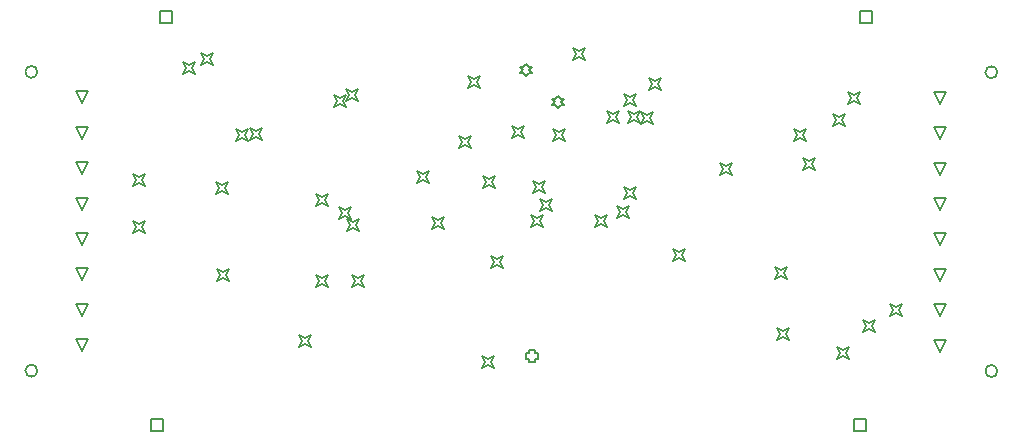
<source format=gbr>
%TF.GenerationSoftware,Altium Limited,Altium Designer,18.1.9 (240)*%
G04 Layer_Color=2752767*
%FSLAX26Y26*%
%MOIN*%
%TF.FileFunction,Drawing*%
%TF.Part,Single*%
G01*
G75*
%TA.AperFunction,NonConductor*%
%ADD108C,0.005000*%
%ADD109C,0.006667*%
D108*
X1625002Y2302835D02*
Y2342835D01*
X1665002D01*
Y2302835D01*
X1625002D01*
X1594173Y944567D02*
Y984567D01*
X1634173D01*
Y944567D01*
X1594173D01*
X3937652D02*
Y984567D01*
X3977652D01*
Y944567D01*
X3937652D01*
X3956378Y2302835D02*
Y2342835D01*
X3996378D01*
Y2302835D01*
X3956378D01*
X1365078Y2036103D02*
X1345078Y2076103D01*
X1385078D01*
X1365078Y2036103D01*
Y1917993D02*
X1345078Y1957993D01*
X1385078D01*
X1365078Y1917993D01*
Y1799883D02*
X1345078Y1839883D01*
X1385078D01*
X1365078Y1799883D01*
Y1681771D02*
X1345078Y1721771D01*
X1385078D01*
X1365078Y1681771D01*
Y1563661D02*
X1345078Y1603661D01*
X1385078D01*
X1365078Y1563661D01*
Y1445551D02*
X1345078Y1485551D01*
X1385078D01*
X1365078Y1445551D01*
Y1327441D02*
X1345078Y1367441D01*
X1385078D01*
X1365078Y1327441D01*
Y1209331D02*
X1345078Y1249331D01*
X1385078D01*
X1365078Y1209331D01*
X2845194Y2126578D02*
X2855194Y2136578D01*
X2865194D01*
X2855194Y2146578D01*
X2865194Y2156578D01*
X2855194D01*
X2845194Y2166578D01*
X2835194Y2156578D01*
X2825194D01*
X2835194Y2146578D01*
X2825194Y2136578D01*
X2835194D01*
X2845194Y2126578D01*
X2951260Y2020512D02*
X2961260Y2030512D01*
X2971260D01*
X2961260Y2040512D01*
X2971260Y2050512D01*
X2961260D01*
X2951260Y2060512D01*
X2941260Y2050512D01*
X2931260D01*
X2941260Y2040512D01*
X2931260Y2030512D01*
X2941260D01*
X2951260Y2020512D01*
X4225000Y1208031D02*
X4205000Y1248031D01*
X4245000D01*
X4225000Y1208031D01*
Y1326141D02*
X4205000Y1366141D01*
X4245000D01*
X4225000Y1326141D01*
Y1444251D02*
X4205000Y1484251D01*
X4245000D01*
X4225000Y1444251D01*
Y1562363D02*
X4205000Y1602363D01*
X4245000D01*
X4225000Y1562363D01*
Y1680473D02*
X4205000Y1720473D01*
X4245000D01*
X4225000Y1680473D01*
Y1798583D02*
X4205000Y1838583D01*
X4245000D01*
X4225000Y1798583D01*
Y1916693D02*
X4205000Y1956693D01*
X4245000D01*
X4225000Y1916693D01*
Y2034803D02*
X4205000Y2074803D01*
X4245000D01*
X4225000Y2034803D01*
X3490969Y1795772D02*
X3500969Y1815772D01*
X3490969Y1835772D01*
X3510969Y1825772D01*
X3530969Y1835772D01*
X3520969Y1815772D01*
X3530969Y1795772D01*
X3510969Y1805772D01*
X3490969Y1795772D01*
X1876222Y1909175D02*
X1886222Y1929175D01*
X1876222Y1949175D01*
X1896222Y1939175D01*
X1916222Y1949175D01*
X1906222Y1929175D01*
X1916222Y1909175D01*
X1896222Y1919175D01*
X1876222Y1909175D01*
X1924109Y1914609D02*
X1934109Y1934609D01*
X1924109Y1954609D01*
X1944109Y1944609D01*
X1964109Y1954609D01*
X1954109Y1934609D01*
X1964109Y1914609D01*
X1944109Y1924609D01*
X1924109Y1914609D01*
X2480000Y1771339D02*
X2490000Y1791339D01*
X2480000Y1811339D01*
X2500000Y1801339D01*
X2520000Y1811339D01*
X2510000Y1791339D01*
X2520000Y1771339D01*
X2500000Y1781339D01*
X2480000Y1771339D01*
X3168970Y1717992D02*
X3178970Y1737992D01*
X3168970Y1757992D01*
X3188970Y1747992D01*
X3208970Y1757992D01*
X3198970Y1737992D01*
X3208970Y1717992D01*
X3188970Y1727992D01*
X3168970Y1717992D01*
X3073268Y1624428D02*
X3083268Y1644428D01*
X3073268Y1664428D01*
X3093268Y1654428D01*
X3113268Y1664428D01*
X3103268Y1644428D01*
X3113268Y1624428D01*
X3093268Y1634428D01*
X3073268Y1624428D01*
X2891668Y1676384D02*
X2901668Y1696384D01*
X2891668Y1716384D01*
X2911668Y1706384D01*
X2931668Y1716384D01*
X2921668Y1696384D01*
X2931668Y1676384D01*
X2911668Y1686384D01*
X2891668Y1676384D01*
X1762033Y2163186D02*
X1772033Y2183186D01*
X1762033Y2203186D01*
X1782033Y2193186D01*
X1802033Y2203186D01*
X1792033Y2183186D01*
X1802033Y2163186D01*
X1782033Y2173186D01*
X1762033Y2163186D01*
X1701022Y2133629D02*
X1711022Y2153629D01*
X1701022Y2173629D01*
X1721022Y2163629D01*
X1741022Y2173629D01*
X1731022Y2153629D01*
X1741022Y2133629D01*
X1721022Y2143629D01*
X1701022Y2133629D01*
X3917008Y2034803D02*
X3927008Y2054803D01*
X3917008Y2074803D01*
X3937008Y2064803D01*
X3957008Y2074803D01*
X3947008Y2054803D01*
X3957008Y2034803D01*
X3937008Y2044803D01*
X3917008Y2034803D01*
X3865827Y1959325D02*
X3875827Y1979325D01*
X3865827Y1999325D01*
X3885827Y1989325D01*
X3905827Y1999325D01*
X3895827Y1979325D01*
X3905827Y1959325D01*
X3885827Y1969325D01*
X3865827Y1959325D01*
X3736474Y1909134D02*
X3746474Y1929134D01*
X3736474Y1949134D01*
X3756474Y1939134D01*
X3776474Y1949134D01*
X3766474Y1929134D01*
X3776474Y1909134D01*
X3756474Y1919134D01*
X3736474Y1909134D01*
X3765946Y1813150D02*
X3775946Y1833150D01*
X3765946Y1853150D01*
X3785946Y1843150D01*
X3805946Y1853150D01*
X3795946Y1833150D01*
X3805946Y1813150D01*
X3785946Y1823150D01*
X3765946Y1813150D01*
X3254724Y2080347D02*
X3264724Y2100347D01*
X3254724Y2120347D01*
X3274724Y2110347D01*
X3294724Y2120347D01*
X3284724Y2100347D01*
X3294724Y2080347D01*
X3274724Y2090347D01*
X3254724Y2080347D01*
X3185000Y1971563D02*
X3195000Y1991563D01*
X3185000Y2011563D01*
X3205000Y2001563D01*
X3225000Y2011563D01*
X3215000Y1991563D01*
X3225000Y1971563D01*
X3205000Y1981563D01*
X3185000Y1971563D01*
X3168970Y2027240D02*
X3178970Y2047240D01*
X3168970Y2067240D01*
X3188970Y2057240D01*
X3208970Y2067240D01*
X3198970Y2047240D01*
X3208970Y2027240D01*
X3188970Y2037240D01*
X3168970Y2027240D01*
X3674016Y1451839D02*
X3684016Y1471839D01*
X3674016Y1491839D01*
X3694016Y1481839D01*
X3714016Y1491839D01*
X3704016Y1471839D01*
X3714016Y1451839D01*
X3694016Y1461839D01*
X3674016Y1451839D01*
X4058004Y1328148D02*
X4068004Y1348148D01*
X4058004Y1368148D01*
X4078004Y1358148D01*
X4098004Y1368148D01*
X4088004Y1348148D01*
X4098004Y1328148D01*
X4078004Y1338148D01*
X4058004Y1328148D01*
X2529167Y1617326D02*
X2539167Y1637326D01*
X2529167Y1657326D01*
X2549167Y1647326D01*
X2569167Y1657326D01*
X2559167Y1637326D01*
X2569167Y1617326D01*
X2549167Y1627326D01*
X2529167Y1617326D01*
X2696574Y1155000D02*
X2706574Y1175000D01*
X2696574Y1195000D01*
X2716574Y1185000D01*
X2736574Y1195000D01*
X2726574Y1175000D01*
X2736574Y1155000D01*
X2716574Y1165000D01*
X2696574Y1155000D01*
X3000314Y2180047D02*
X3010314Y2200047D01*
X3000314Y2220047D01*
X3020314Y2210047D01*
X3040314Y2220047D01*
X3030314Y2200047D01*
X3040314Y2180047D01*
X3020314Y2190047D01*
X3000314Y2180047D01*
X3148348Y1652382D02*
X3158348Y1672382D01*
X3148348Y1692382D01*
X3168348Y1682382D01*
X3188348Y1692382D01*
X3178348Y1672382D01*
X3188348Y1652382D01*
X3168348Y1662382D01*
X3148348Y1652382D01*
X2861802Y1624428D02*
X2871802Y1644428D01*
X2861802Y1664428D01*
X2881802Y1654428D01*
X2901802Y1664428D01*
X2891802Y1644428D01*
X2901802Y1624428D01*
X2881802Y1634428D01*
X2861802Y1624428D01*
X2867795Y1735906D02*
X2877795Y1755906D01*
X2867795Y1775906D01*
X2887795Y1765906D01*
X2907795Y1775906D01*
X2897795Y1755906D01*
X2907795Y1735906D01*
X2887795Y1745906D01*
X2867795Y1735906D01*
X3226822Y1966284D02*
X3236822Y1986284D01*
X3226822Y2006284D01*
X3246822Y1996284D01*
X3266822Y2006284D01*
X3256822Y1986284D01*
X3266822Y1966284D01*
X3246822Y1976284D01*
X3226822Y1966284D01*
X3114606Y1969402D02*
X3124606Y1989402D01*
X3114606Y2009402D01*
X3134606Y1999402D01*
X3154606Y2009402D01*
X3144606Y1989402D01*
X3154606Y1969402D01*
X3134606Y1979402D01*
X3114606Y1969402D01*
X2934066Y1909134D02*
X2944066Y1929134D01*
X2934066Y1949134D01*
X2954066Y1939134D01*
X2974066Y1949134D01*
X2964066Y1929134D01*
X2974066Y1909134D01*
X2954066Y1919134D01*
X2934066Y1909134D01*
X2699242Y1753108D02*
X2709242Y1773108D01*
X2699242Y1793108D01*
X2719242Y1783108D01*
X2739242Y1793108D01*
X2729242Y1773108D01*
X2739242Y1753108D01*
X2719242Y1763108D01*
X2699242Y1753108D01*
X2796314Y1920001D02*
X2806314Y1940001D01*
X2796314Y1960001D01*
X2816314Y1950001D01*
X2836314Y1960001D01*
X2826314Y1940001D01*
X2836314Y1920001D01*
X2816314Y1930001D01*
X2796314Y1920001D01*
X2619776Y1887480D02*
X2629776Y1907480D01*
X2619776Y1927480D01*
X2639776Y1917480D01*
X2659776Y1927480D01*
X2649776Y1907480D01*
X2659776Y1887480D01*
X2639776Y1897480D01*
X2619776Y1887480D01*
X2650146Y2086299D02*
X2660146Y2106299D01*
X2650146Y2126299D01*
X2670146Y2116299D01*
X2690146Y2126299D01*
X2680146Y2106299D01*
X2690146Y2086299D01*
X2670146Y2096299D01*
X2650146Y2086299D01*
X2145354Y1694024D02*
X2155354Y1714024D01*
X2145354Y1734024D01*
X2165354Y1724024D01*
X2185354Y1734024D01*
X2175354Y1714024D01*
X2185354Y1694024D01*
X2165354Y1704024D01*
X2145354Y1694024D01*
X1813213Y1444251D02*
X1823213Y1464251D01*
X1813213Y1484251D01*
X1833213Y1474251D01*
X1853213Y1484251D01*
X1843213Y1464251D01*
X1853213Y1444251D01*
X1833213Y1454251D01*
X1813213Y1444251D01*
X2263465Y1425000D02*
X2273465Y1445000D01*
X2263465Y1465000D01*
X2283465Y1455000D01*
X2303465Y1465000D01*
X2293465Y1445000D01*
X2303465Y1425000D01*
X2283465Y1435000D01*
X2263465Y1425000D01*
X2145354D02*
X2155354Y1445000D01*
X2145354Y1465000D01*
X2165354Y1455000D01*
X2185354Y1465000D01*
X2175354Y1445000D01*
X2185354Y1425000D01*
X2165354Y1435000D01*
X2145354Y1425000D01*
X2220217Y1649758D02*
X2230217Y1669758D01*
X2220217Y1689758D01*
X2240217Y1679758D01*
X2260217Y1689758D01*
X2250217Y1669758D01*
X2260217Y1649758D01*
X2240217Y1659758D01*
X2220217Y1649758D01*
X2247978Y1609533D02*
X2257978Y1629533D01*
X2247978Y1649533D01*
X2267978Y1639533D01*
X2287978Y1649533D01*
X2277978Y1629533D01*
X2287978Y1609533D01*
X2267978Y1619533D01*
X2247978Y1609533D01*
X2204409Y2022322D02*
X2214409Y2042322D01*
X2204409Y2062322D01*
X2224409Y2052322D01*
X2244409Y2062322D01*
X2234409Y2042322D01*
X2244409Y2022322D01*
X2224409Y2032322D01*
X2204409Y2022322D01*
X2243952Y2042992D02*
X2253952Y2062992D01*
X2243952Y2082992D01*
X2263952Y2072992D01*
X2283952Y2082992D01*
X2273952Y2062992D01*
X2283952Y2042992D01*
X2263952Y2052992D01*
X2243952Y2042992D01*
X1810709Y1732954D02*
X1820709Y1752954D01*
X1810709Y1772954D01*
X1830709Y1762954D01*
X1850709Y1772954D01*
X1840709Y1752954D01*
X1850709Y1732954D01*
X1830709Y1742954D01*
X1810709Y1732954D01*
X2726467Y1485748D02*
X2736467Y1505748D01*
X2726467Y1525748D01*
X2746467Y1515748D01*
X2766467Y1525748D01*
X2756467Y1505748D01*
X2766467Y1485748D01*
X2746467Y1495748D01*
X2726467Y1485748D01*
X3680787Y1248426D02*
X3690787Y1268426D01*
X3680787Y1288426D01*
X3700787Y1278426D01*
X3720787Y1288426D01*
X3710787Y1268426D01*
X3720787Y1248426D01*
X3700787Y1258426D01*
X3680787Y1248426D01*
X3880000Y1182519D02*
X3890000Y1202519D01*
X3880000Y1222519D01*
X3900000Y1212519D01*
X3920000Y1222519D01*
X3910000Y1202519D01*
X3920000Y1182519D01*
X3900000Y1192519D01*
X3880000Y1182519D01*
X3965552Y1274646D02*
X3975552Y1294646D01*
X3965552Y1314646D01*
X3985552Y1304646D01*
X4005552Y1314646D01*
X3995552Y1294646D01*
X4005552Y1274646D01*
X3985552Y1284646D01*
X3965552Y1274646D01*
X1534393Y1603032D02*
X1544393Y1623032D01*
X1534393Y1643032D01*
X1554393Y1633032D01*
X1574393Y1643032D01*
X1564393Y1623032D01*
X1574393Y1603032D01*
X1554393Y1613032D01*
X1534393Y1603032D01*
Y1760000D02*
X1544393Y1780000D01*
X1534393Y1800000D01*
X1554393Y1790000D01*
X1574393Y1800000D01*
X1564393Y1780000D01*
X1574393Y1760000D01*
X1554393Y1770000D01*
X1534393Y1760000D01*
X2086024Y1225000D02*
X2096024Y1245000D01*
X2086024Y1265000D01*
X2106024Y1255000D01*
X2126024Y1265000D01*
X2116024Y1245000D01*
X2126024Y1225000D01*
X2106024Y1235000D01*
X2086024Y1225000D01*
X3333385Y1508756D02*
X3343385Y1528756D01*
X3333385Y1548756D01*
X3353385Y1538756D01*
X3373385Y1548756D01*
X3363385Y1528756D01*
X3373385Y1508756D01*
X3353385Y1518756D01*
X3333385Y1508756D01*
X2852480Y1185000D02*
Y1175000D01*
X2872480D01*
Y1185000D01*
X2882480D01*
Y1205000D01*
X2872480D01*
Y1215000D01*
X2852480D01*
Y1205000D01*
X2842480D01*
Y1185000D01*
X2852480D01*
D109*
X1215000Y1144685D02*
G03*
X1215000Y1144685I-20000J0D01*
G01*
Y2140749D02*
G03*
X1215000Y2140749I-20000J0D01*
G01*
X4415078Y2139449D02*
G03*
X4415078Y2139449I-20000J0D01*
G01*
Y1143385D02*
G03*
X4415078Y1143385I-20000J0D01*
G01*
%TF.MD5,ff4d843f1a143ef8ba1d5f5833432596*%
M02*

</source>
